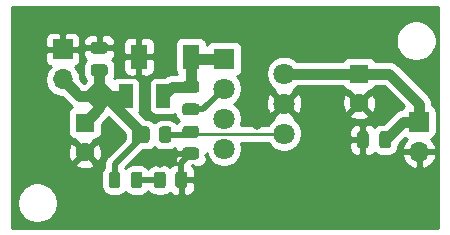
<source format=gbr>
G04 #@! TF.GenerationSoftware,KiCad,Pcbnew,(5.1.9)-1*
G04 #@! TF.CreationDate,2021-09-16T20:09:32-07:00*
G04 #@! TF.ProjectId,AtlasPD,41746c61-7350-4442-9e6b-696361645f70,rev?*
G04 #@! TF.SameCoordinates,Original*
G04 #@! TF.FileFunction,Copper,L1,Top*
G04 #@! TF.FilePolarity,Positive*
%FSLAX46Y46*%
G04 Gerber Fmt 4.6, Leading zero omitted, Abs format (unit mm)*
G04 Created by KiCad (PCBNEW (5.1.9)-1) date 2021-09-16 20:09:32*
%MOMM*%
%LPD*%
G01*
G04 APERTURE LIST*
G04 #@! TA.AperFunction,SMDPad,CuDef*
%ADD10R,1.400000X2.100000*%
G04 #@! TD*
G04 #@! TA.AperFunction,SMDPad,CuDef*
%ADD11R,1.200000X2.000000*%
G04 #@! TD*
G04 #@! TA.AperFunction,ComponentPad*
%ADD12R,1.600000X1.600000*%
G04 #@! TD*
G04 #@! TA.AperFunction,ComponentPad*
%ADD13C,1.600000*%
G04 #@! TD*
G04 #@! TA.AperFunction,ComponentPad*
%ADD14R,1.700000X1.700000*%
G04 #@! TD*
G04 #@! TA.AperFunction,ComponentPad*
%ADD15O,1.700000X1.700000*%
G04 #@! TD*
G04 #@! TA.AperFunction,ComponentPad*
%ADD16R,1.800000X1.800000*%
G04 #@! TD*
G04 #@! TA.AperFunction,ComponentPad*
%ADD17C,1.800000*%
G04 #@! TD*
G04 #@! TA.AperFunction,ViaPad*
%ADD18C,0.800000*%
G04 #@! TD*
G04 #@! TA.AperFunction,Conductor*
%ADD19C,0.897604*%
G04 #@! TD*
G04 #@! TA.AperFunction,Conductor*
%ADD20C,0.500000*%
G04 #@! TD*
G04 #@! TA.AperFunction,Conductor*
%ADD21C,0.250000*%
G04 #@! TD*
G04 #@! TA.AperFunction,Conductor*
%ADD22C,0.254000*%
G04 #@! TD*
G04 #@! TA.AperFunction,Conductor*
%ADD23C,0.100000*%
G04 #@! TD*
G04 APERTURE END LIST*
D10*
X33436200Y-21920200D03*
X37836200Y-21920200D03*
D11*
X35509000Y-25247600D03*
X32309000Y-25247600D03*
D12*
X52070000Y-23368000D03*
D13*
X52070000Y-25868000D03*
G04 #@! TA.AperFunction,SMDPad,CuDef*
G36*
G01*
X54790000Y-28481000D02*
X54790000Y-29431000D01*
G75*
G02*
X54540000Y-29681000I-250000J0D01*
G01*
X54040000Y-29681000D01*
G75*
G02*
X53790000Y-29431000I0J250000D01*
G01*
X53790000Y-28481000D01*
G75*
G02*
X54040000Y-28231000I250000J0D01*
G01*
X54540000Y-28231000D01*
G75*
G02*
X54790000Y-28481000I0J-250000D01*
G01*
G37*
G04 #@! TD.AperFunction*
G04 #@! TA.AperFunction,SMDPad,CuDef*
G36*
G01*
X52890000Y-28481000D02*
X52890000Y-29431000D01*
G75*
G02*
X52640000Y-29681000I-250000J0D01*
G01*
X52140000Y-29681000D01*
G75*
G02*
X51890000Y-29431000I0J250000D01*
G01*
X51890000Y-28481000D01*
G75*
G02*
X52140000Y-28231000I250000J0D01*
G01*
X52640000Y-28231000D01*
G75*
G02*
X52890000Y-28481000I0J-250000D01*
G01*
G37*
G04 #@! TD.AperFunction*
G04 #@! TA.AperFunction,SMDPad,CuDef*
G36*
G01*
X37345600Y-25885600D02*
X38295600Y-25885600D01*
G75*
G02*
X38545600Y-26135600I0J-250000D01*
G01*
X38545600Y-26635600D01*
G75*
G02*
X38295600Y-26885600I-250000J0D01*
G01*
X37345600Y-26885600D01*
G75*
G02*
X37095600Y-26635600I0J250000D01*
G01*
X37095600Y-26135600D01*
G75*
G02*
X37345600Y-25885600I250000J0D01*
G01*
G37*
G04 #@! TD.AperFunction*
G04 #@! TA.AperFunction,SMDPad,CuDef*
G36*
G01*
X37345600Y-23985600D02*
X38295600Y-23985600D01*
G75*
G02*
X38545600Y-24235600I0J-250000D01*
G01*
X38545600Y-24735600D01*
G75*
G02*
X38295600Y-24985600I-250000J0D01*
G01*
X37345600Y-24985600D01*
G75*
G02*
X37095600Y-24735600I0J250000D01*
G01*
X37095600Y-24235600D01*
G75*
G02*
X37345600Y-23985600I250000J0D01*
G01*
G37*
G04 #@! TD.AperFunction*
G04 #@! TA.AperFunction,SMDPad,CuDef*
G36*
G01*
X30548600Y-21673400D02*
X29598600Y-21673400D01*
G75*
G02*
X29348600Y-21423400I0J250000D01*
G01*
X29348600Y-20923400D01*
G75*
G02*
X29598600Y-20673400I250000J0D01*
G01*
X30548600Y-20673400D01*
G75*
G02*
X30798600Y-20923400I0J-250000D01*
G01*
X30798600Y-21423400D01*
G75*
G02*
X30548600Y-21673400I-250000J0D01*
G01*
G37*
G04 #@! TD.AperFunction*
G04 #@! TA.AperFunction,SMDPad,CuDef*
G36*
G01*
X30548600Y-23573400D02*
X29598600Y-23573400D01*
G75*
G02*
X29348600Y-23323400I0J250000D01*
G01*
X29348600Y-22823400D01*
G75*
G02*
X29598600Y-22573400I250000J0D01*
G01*
X30548600Y-22573400D01*
G75*
G02*
X30798600Y-22823400I0J-250000D01*
G01*
X30798600Y-23323400D01*
G75*
G02*
X30548600Y-23573400I-250000J0D01*
G01*
G37*
G04 #@! TD.AperFunction*
X28854400Y-30008200D03*
D12*
X28854400Y-27508200D03*
D14*
X57150000Y-27432000D03*
D15*
X57150000Y-29972000D03*
X26974800Y-23850600D03*
D14*
X26974800Y-21310600D03*
G04 #@! TA.AperFunction,SMDPad,CuDef*
G36*
G01*
X33322200Y-28974201D02*
X33322200Y-28074199D01*
G75*
G02*
X33572199Y-27824200I249999J0D01*
G01*
X34097201Y-27824200D01*
G75*
G02*
X34347200Y-28074199I0J-249999D01*
G01*
X34347200Y-28974201D01*
G75*
G02*
X34097201Y-29224200I-249999J0D01*
G01*
X33572199Y-29224200D01*
G75*
G02*
X33322200Y-28974201I0J249999D01*
G01*
G37*
G04 #@! TD.AperFunction*
G04 #@! TA.AperFunction,SMDPad,CuDef*
G36*
G01*
X35147200Y-28974201D02*
X35147200Y-28074199D01*
G75*
G02*
X35397199Y-27824200I249999J0D01*
G01*
X35922201Y-27824200D01*
G75*
G02*
X36172200Y-28074199I0J-249999D01*
G01*
X36172200Y-28974201D01*
G75*
G02*
X35922201Y-29224200I-249999J0D01*
G01*
X35397199Y-29224200D01*
G75*
G02*
X35147200Y-28974201I0J249999D01*
G01*
G37*
G04 #@! TD.AperFunction*
G04 #@! TA.AperFunction,SMDPad,CuDef*
G36*
G01*
X37370599Y-29610000D02*
X38270601Y-29610000D01*
G75*
G02*
X38520600Y-29859999I0J-249999D01*
G01*
X38520600Y-30385001D01*
G75*
G02*
X38270601Y-30635000I-249999J0D01*
G01*
X37370599Y-30635000D01*
G75*
G02*
X37120600Y-30385001I0J249999D01*
G01*
X37120600Y-29859999D01*
G75*
G02*
X37370599Y-29610000I249999J0D01*
G01*
G37*
G04 #@! TD.AperFunction*
G04 #@! TA.AperFunction,SMDPad,CuDef*
G36*
G01*
X37370599Y-27785000D02*
X38270601Y-27785000D01*
G75*
G02*
X38520600Y-28034999I0J-249999D01*
G01*
X38520600Y-28560001D01*
G75*
G02*
X38270601Y-28810000I-249999J0D01*
G01*
X37370599Y-28810000D01*
G75*
G02*
X37120600Y-28560001I0J249999D01*
G01*
X37120600Y-28034999D01*
G75*
G02*
X37370599Y-27785000I249999J0D01*
G01*
G37*
G04 #@! TD.AperFunction*
D16*
X40640000Y-22098000D03*
D17*
X45720000Y-23368000D03*
X40640000Y-24638000D03*
X45720000Y-25908000D03*
X40640000Y-27178000D03*
X45720000Y-28448000D03*
X40640000Y-29718000D03*
G04 #@! TA.AperFunction,SMDPad,CuDef*
G36*
G01*
X33733800Y-31903350D02*
X33733800Y-32815850D01*
G75*
G02*
X33490050Y-33059600I-243750J0D01*
G01*
X33002550Y-33059600D01*
G75*
G02*
X32758800Y-32815850I0J243750D01*
G01*
X32758800Y-31903350D01*
G75*
G02*
X33002550Y-31659600I243750J0D01*
G01*
X33490050Y-31659600D01*
G75*
G02*
X33733800Y-31903350I0J-243750D01*
G01*
G37*
G04 #@! TD.AperFunction*
G04 #@! TA.AperFunction,SMDPad,CuDef*
G36*
G01*
X31858800Y-31903350D02*
X31858800Y-32815850D01*
G75*
G02*
X31615050Y-33059600I-243750J0D01*
G01*
X31127550Y-33059600D01*
G75*
G02*
X30883800Y-32815850I0J243750D01*
G01*
X30883800Y-31903350D01*
G75*
G02*
X31127550Y-31659600I243750J0D01*
G01*
X31615050Y-31659600D01*
G75*
G02*
X31858800Y-31903350I0J-243750D01*
G01*
G37*
G04 #@! TD.AperFunction*
G04 #@! TA.AperFunction,SMDPad,CuDef*
G36*
G01*
X34693800Y-32809601D02*
X34693800Y-31909599D01*
G75*
G02*
X34943799Y-31659600I249999J0D01*
G01*
X35468801Y-31659600D01*
G75*
G02*
X35718800Y-31909599I0J-249999D01*
G01*
X35718800Y-32809601D01*
G75*
G02*
X35468801Y-33059600I-249999J0D01*
G01*
X34943799Y-33059600D01*
G75*
G02*
X34693800Y-32809601I0J249999D01*
G01*
G37*
G04 #@! TD.AperFunction*
G04 #@! TA.AperFunction,SMDPad,CuDef*
G36*
G01*
X36518800Y-32809601D02*
X36518800Y-31909599D01*
G75*
G02*
X36768799Y-31659600I249999J0D01*
G01*
X37293801Y-31659600D01*
G75*
G02*
X37543800Y-31909599I0J-249999D01*
G01*
X37543800Y-32809601D01*
G75*
G02*
X37293801Y-33059600I-249999J0D01*
G01*
X36768799Y-33059600D01*
G75*
G02*
X36518800Y-32809601I0J249999D01*
G01*
G37*
G04 #@! TD.AperFunction*
D18*
X23672800Y-19050000D03*
X27127200Y-19050000D03*
X30886400Y-19050000D03*
X34544000Y-19050000D03*
X38049200Y-19050000D03*
X41656000Y-19050000D03*
X45212000Y-19050000D03*
X48869600Y-19050000D03*
X52476400Y-19050000D03*
X23672800Y-26111200D03*
X23672800Y-29260800D03*
X30886400Y-34188400D03*
X34544000Y-34188400D03*
X38049200Y-34188400D03*
X41656000Y-34188400D03*
X45262800Y-34188400D03*
X48869600Y-34188400D03*
X52476400Y-34188400D03*
X56083200Y-34188400D03*
X50749200Y-32004000D03*
X50749200Y-29260800D03*
X47091600Y-32004000D03*
X43434000Y-32004000D03*
X39878000Y-32004000D03*
X35204400Y-30937200D03*
X50749200Y-21336000D03*
X43434000Y-21336000D03*
X43434000Y-23368000D03*
X43434000Y-25603200D03*
X43434000Y-27686000D03*
X43434000Y-29921200D03*
X54292500Y-32004000D03*
X34671000Y-27114500D03*
X35623500Y-22606000D03*
D19*
X49530000Y-23368000D02*
X52070000Y-23368000D01*
X45720000Y-23368000D02*
X49530000Y-23368000D01*
X57150000Y-25908000D02*
X57150000Y-27432000D01*
X54610000Y-23368000D02*
X57150000Y-25908000D01*
X52070000Y-23368000D02*
X54610000Y-23368000D01*
X55814000Y-27432000D02*
X54290000Y-28956000D01*
X57150000Y-27432000D02*
X55814000Y-27432000D01*
D20*
X37031300Y-30911800D02*
X37820600Y-30122500D01*
X37031300Y-32359600D02*
X37031300Y-30911800D01*
X38892400Y-26385600D02*
X40640000Y-24638000D01*
X37820600Y-26385600D02*
X38892400Y-26385600D01*
D19*
X38014000Y-22098000D02*
X37836200Y-21920200D01*
X40640000Y-22098000D02*
X38014000Y-22098000D01*
X37836200Y-24470000D02*
X37820600Y-24485600D01*
X37836200Y-21920200D02*
X37836200Y-24470000D01*
X36271000Y-24485600D02*
X37820600Y-24485600D01*
X35509000Y-25247600D02*
X36271000Y-24485600D01*
D21*
X37971100Y-28448000D02*
X37820600Y-28297500D01*
X45720000Y-28448000D02*
X37971100Y-28448000D01*
D20*
X37593900Y-28524200D02*
X37820600Y-28297500D01*
X35659700Y-28524200D02*
X37593900Y-28524200D01*
X33246300Y-32359600D02*
X35206300Y-32359600D01*
D19*
X30073600Y-26289000D02*
X28854400Y-27508200D01*
X28371800Y-25247600D02*
X26974800Y-23850600D01*
X30022800Y-25247600D02*
X30558100Y-25247600D01*
D20*
X31371300Y-32359600D02*
X31371300Y-30987600D01*
X33135250Y-29198250D02*
X33147950Y-29210950D01*
X33135250Y-27824750D02*
X33135250Y-29198250D01*
X31371300Y-30987600D02*
X33147950Y-29210950D01*
X33147950Y-29210950D02*
X33834700Y-28524200D01*
D19*
X33135250Y-27824750D02*
X33834700Y-28524200D01*
D20*
X30226000Y-26289000D02*
X30912750Y-25602250D01*
X30073600Y-26289000D02*
X30226000Y-26289000D01*
D19*
X30912750Y-25602250D02*
X33135250Y-27824750D01*
X30558100Y-25247600D02*
X30912750Y-25602250D01*
D20*
X29032200Y-25247600D02*
X30073600Y-26289000D01*
D19*
X30022800Y-25247600D02*
X28930600Y-25247600D01*
D20*
X28930600Y-25247600D02*
X29032200Y-25247600D01*
D19*
X28930600Y-25247600D02*
X28371800Y-25247600D01*
D20*
X30073600Y-24104600D02*
X28930600Y-25247600D01*
D19*
X30073600Y-23073400D02*
X30073600Y-23901400D01*
X30073600Y-23901400D02*
X30073600Y-26289000D01*
D20*
X30073600Y-24104600D02*
X31216600Y-25247600D01*
X30073600Y-23901400D02*
X30073600Y-24104600D01*
D19*
X31216600Y-25247600D02*
X30022800Y-25247600D01*
X32309000Y-25247600D02*
X31216600Y-25247600D01*
D22*
X58776000Y-36424000D02*
X22707200Y-36424000D01*
X22707200Y-34119117D01*
X23106200Y-34119117D01*
X23106200Y-34460883D01*
X23172875Y-34796081D01*
X23303663Y-35111831D01*
X23493537Y-35395998D01*
X23735202Y-35637663D01*
X24019369Y-35827537D01*
X24335119Y-35958325D01*
X24670317Y-36025000D01*
X25012083Y-36025000D01*
X25347281Y-35958325D01*
X25663031Y-35827537D01*
X25947198Y-35637663D01*
X26188863Y-35395998D01*
X26378737Y-35111831D01*
X26509525Y-34796081D01*
X26576200Y-34460883D01*
X26576200Y-34119117D01*
X26509525Y-33783919D01*
X26378737Y-33468169D01*
X26188863Y-33184002D01*
X25947198Y-32942337D01*
X25663031Y-32752463D01*
X25347281Y-32621675D01*
X25012083Y-32555000D01*
X24670317Y-32555000D01*
X24335119Y-32621675D01*
X24019369Y-32752463D01*
X23735202Y-32942337D01*
X23493537Y-33184002D01*
X23303663Y-33468169D01*
X23172875Y-33783919D01*
X23106200Y-34119117D01*
X22707200Y-34119117D01*
X22707200Y-31000902D01*
X28041303Y-31000902D01*
X28112886Y-31244871D01*
X28368396Y-31365771D01*
X28642584Y-31434500D01*
X28924912Y-31448417D01*
X29204530Y-31406987D01*
X29470692Y-31311803D01*
X29595914Y-31244871D01*
X29667497Y-31000902D01*
X28854400Y-30187805D01*
X28041303Y-31000902D01*
X22707200Y-31000902D01*
X22707200Y-30078712D01*
X27414183Y-30078712D01*
X27455613Y-30358330D01*
X27550797Y-30624492D01*
X27617729Y-30749714D01*
X27861698Y-30821297D01*
X28674795Y-30008200D01*
X29034005Y-30008200D01*
X29847102Y-30821297D01*
X30091071Y-30749714D01*
X30211971Y-30494204D01*
X30280700Y-30220016D01*
X30294617Y-29937688D01*
X30253187Y-29658070D01*
X30158003Y-29391908D01*
X30091071Y-29266686D01*
X29847102Y-29195103D01*
X29034005Y-30008200D01*
X28674795Y-30008200D01*
X27861698Y-29195103D01*
X27617729Y-29266686D01*
X27496829Y-29522196D01*
X27428100Y-29796384D01*
X27414183Y-30078712D01*
X22707200Y-30078712D01*
X22707200Y-22160600D01*
X25486728Y-22160600D01*
X25498988Y-22285082D01*
X25535298Y-22404780D01*
X25594263Y-22515094D01*
X25673615Y-22611785D01*
X25770306Y-22691137D01*
X25880620Y-22750102D01*
X25953180Y-22772113D01*
X25821325Y-22903968D01*
X25658810Y-23147189D01*
X25546868Y-23417442D01*
X25489800Y-23704340D01*
X25489800Y-23996860D01*
X25546868Y-24283758D01*
X25658810Y-24554011D01*
X25821325Y-24797232D01*
X26028168Y-25004075D01*
X26271389Y-25166590D01*
X26541642Y-25278532D01*
X26828540Y-25335600D01*
X26927073Y-25335600D01*
X27567787Y-25976315D01*
X27601728Y-26017672D01*
X27758509Y-26146339D01*
X27699906Y-26177663D01*
X27603215Y-26257015D01*
X27523863Y-26353706D01*
X27464898Y-26464020D01*
X27428588Y-26583718D01*
X27416328Y-26708200D01*
X27416328Y-28308200D01*
X27428588Y-28432682D01*
X27464898Y-28552380D01*
X27523863Y-28662694D01*
X27603215Y-28759385D01*
X27699906Y-28838737D01*
X27810220Y-28897702D01*
X27929918Y-28934012D01*
X28054400Y-28946272D01*
X28061615Y-28946272D01*
X28041303Y-29015498D01*
X28854400Y-29828595D01*
X29667497Y-29015498D01*
X29647185Y-28946272D01*
X29654400Y-28946272D01*
X29778882Y-28934012D01*
X29898580Y-28897702D01*
X30008894Y-28838737D01*
X30105585Y-28759385D01*
X30184937Y-28662694D01*
X30243902Y-28552380D01*
X30280212Y-28432682D01*
X30292472Y-28308200D01*
X30292472Y-27602855D01*
X30802315Y-27093013D01*
X30839923Y-27062149D01*
X32250250Y-28472477D01*
X32250251Y-28857070D01*
X30776251Y-30331071D01*
X30742484Y-30358783D01*
X30714771Y-30392551D01*
X30714768Y-30392554D01*
X30631890Y-30493541D01*
X30549712Y-30647287D01*
X30499105Y-30814110D01*
X30482019Y-30987600D01*
X30486301Y-31031079D01*
X30486301Y-31301384D01*
X30394342Y-31413436D01*
X30312853Y-31565891D01*
X30262672Y-31731315D01*
X30245728Y-31903350D01*
X30245728Y-32815850D01*
X30262672Y-32987885D01*
X30312853Y-33153309D01*
X30394342Y-33305764D01*
X30504008Y-33439392D01*
X30637636Y-33549058D01*
X30790091Y-33630547D01*
X30955515Y-33680728D01*
X31127550Y-33697672D01*
X31615050Y-33697672D01*
X31787085Y-33680728D01*
X31952509Y-33630547D01*
X32104964Y-33549058D01*
X32238592Y-33439392D01*
X32308800Y-33353844D01*
X32379008Y-33439392D01*
X32512636Y-33549058D01*
X32665091Y-33630547D01*
X32830515Y-33680728D01*
X33002550Y-33697672D01*
X33490050Y-33697672D01*
X33662085Y-33680728D01*
X33827509Y-33630547D01*
X33979964Y-33549058D01*
X34113592Y-33439392D01*
X34215466Y-33315259D01*
X34315838Y-33437562D01*
X34450413Y-33548005D01*
X34603949Y-33630072D01*
X34770545Y-33680608D01*
X34943799Y-33697672D01*
X35468801Y-33697672D01*
X35642055Y-33680608D01*
X35808651Y-33630072D01*
X35962187Y-33548005D01*
X36043437Y-33481324D01*
X36067615Y-33510785D01*
X36164306Y-33590137D01*
X36274620Y-33649102D01*
X36394318Y-33685412D01*
X36518800Y-33697672D01*
X36745550Y-33694600D01*
X36904300Y-33535850D01*
X36904300Y-32486600D01*
X37158300Y-32486600D01*
X37158300Y-33535850D01*
X37317050Y-33694600D01*
X37543800Y-33697672D01*
X37668282Y-33685412D01*
X37787980Y-33649102D01*
X37898294Y-33590137D01*
X37994985Y-33510785D01*
X38074337Y-33414094D01*
X38133302Y-33303780D01*
X38169612Y-33184082D01*
X38181872Y-33059600D01*
X38178800Y-32645350D01*
X38020050Y-32486600D01*
X37158300Y-32486600D01*
X36904300Y-32486600D01*
X36884300Y-32486600D01*
X36884300Y-32232600D01*
X36904300Y-32232600D01*
X36904300Y-32212600D01*
X37158300Y-32212600D01*
X37158300Y-32232600D01*
X38020050Y-32232600D01*
X38178800Y-32073850D01*
X38181872Y-31659600D01*
X38169612Y-31535118D01*
X38133302Y-31415420D01*
X38074337Y-31305106D01*
X37994985Y-31208415D01*
X37947602Y-31169529D01*
X37947602Y-31111252D01*
X38106350Y-31270000D01*
X38520600Y-31273072D01*
X38645082Y-31260812D01*
X38764780Y-31224502D01*
X38875094Y-31165537D01*
X38971785Y-31086185D01*
X39051137Y-30989494D01*
X39110102Y-30879180D01*
X39146412Y-30759482D01*
X39158672Y-30635000D01*
X39155600Y-30408250D01*
X38996852Y-30249502D01*
X39155600Y-30249502D01*
X39155600Y-30123568D01*
X39163989Y-30165743D01*
X39279701Y-30445095D01*
X39447688Y-30696505D01*
X39661495Y-30910312D01*
X39912905Y-31078299D01*
X40192257Y-31194011D01*
X40488816Y-31253000D01*
X40791184Y-31253000D01*
X41087743Y-31194011D01*
X41367095Y-31078299D01*
X41618505Y-30910312D01*
X41832312Y-30696505D01*
X42000299Y-30445095D01*
X42048432Y-30328890D01*
X55708524Y-30328890D01*
X55753175Y-30476099D01*
X55878359Y-30738920D01*
X56052412Y-30972269D01*
X56268645Y-31167178D01*
X56518748Y-31316157D01*
X56793109Y-31413481D01*
X57023000Y-31292814D01*
X57023000Y-30099000D01*
X57277000Y-30099000D01*
X57277000Y-31292814D01*
X57506891Y-31413481D01*
X57781252Y-31316157D01*
X58031355Y-31167178D01*
X58247588Y-30972269D01*
X58421641Y-30738920D01*
X58546825Y-30476099D01*
X58591476Y-30328890D01*
X58470155Y-30099000D01*
X57277000Y-30099000D01*
X57023000Y-30099000D01*
X55829845Y-30099000D01*
X55708524Y-30328890D01*
X42048432Y-30328890D01*
X42116011Y-30165743D01*
X42175000Y-29869184D01*
X42175000Y-29566816D01*
X42116011Y-29270257D01*
X42090223Y-29208000D01*
X44381687Y-29208000D01*
X44527688Y-29426505D01*
X44741495Y-29640312D01*
X44992905Y-29808299D01*
X45272257Y-29924011D01*
X45568816Y-29983000D01*
X45871184Y-29983000D01*
X46167743Y-29924011D01*
X46447095Y-29808299D01*
X46637611Y-29681000D01*
X51251928Y-29681000D01*
X51264188Y-29805482D01*
X51300498Y-29925180D01*
X51359463Y-30035494D01*
X51438815Y-30132185D01*
X51535506Y-30211537D01*
X51645820Y-30270502D01*
X51765518Y-30306812D01*
X51890000Y-30319072D01*
X52104250Y-30316000D01*
X52263000Y-30157250D01*
X52263000Y-29083000D01*
X51413750Y-29083000D01*
X51255000Y-29241750D01*
X51251928Y-29681000D01*
X46637611Y-29681000D01*
X46698505Y-29640312D01*
X46912312Y-29426505D01*
X47080299Y-29175095D01*
X47196011Y-28895743D01*
X47255000Y-28599184D01*
X47255000Y-28296816D01*
X47241909Y-28231000D01*
X51251928Y-28231000D01*
X51255000Y-28670250D01*
X51413750Y-28829000D01*
X52263000Y-28829000D01*
X52263000Y-27754750D01*
X52104250Y-27596000D01*
X51890000Y-27592928D01*
X51765518Y-27605188D01*
X51645820Y-27641498D01*
X51535506Y-27700463D01*
X51438815Y-27779815D01*
X51359463Y-27876506D01*
X51300498Y-27986820D01*
X51264188Y-28106518D01*
X51251928Y-28231000D01*
X47241909Y-28231000D01*
X47196011Y-28000257D01*
X47080299Y-27720905D01*
X46912312Y-27469495D01*
X46698505Y-27255688D01*
X46544895Y-27153049D01*
X46604475Y-26972080D01*
X46493097Y-26860702D01*
X51256903Y-26860702D01*
X51328486Y-27104671D01*
X51583996Y-27225571D01*
X51858184Y-27294300D01*
X52140512Y-27308217D01*
X52420130Y-27266787D01*
X52686292Y-27171603D01*
X52811514Y-27104671D01*
X52883097Y-26860702D01*
X52070000Y-26047605D01*
X51256903Y-26860702D01*
X46493097Y-26860702D01*
X45720000Y-26087605D01*
X44835525Y-26972080D01*
X44895105Y-27153049D01*
X44741495Y-27255688D01*
X44527688Y-27469495D01*
X44381687Y-27688000D01*
X42090223Y-27688000D01*
X42116011Y-27625743D01*
X42175000Y-27329184D01*
X42175000Y-27026816D01*
X42116011Y-26730257D01*
X42000299Y-26450905D01*
X41832312Y-26199495D01*
X41618505Y-25985688D01*
X41601841Y-25974553D01*
X44179009Y-25974553D01*
X44221603Y-26273907D01*
X44321778Y-26559199D01*
X44401739Y-26708792D01*
X44655920Y-26792475D01*
X45540395Y-25908000D01*
X45899605Y-25908000D01*
X46784080Y-26792475D01*
X47038261Y-26708792D01*
X47169158Y-26436225D01*
X47244365Y-26143358D01*
X47255645Y-25938512D01*
X50629783Y-25938512D01*
X50671213Y-26218130D01*
X50766397Y-26484292D01*
X50833329Y-26609514D01*
X51077298Y-26681097D01*
X51890395Y-25868000D01*
X52249605Y-25868000D01*
X53062702Y-26681097D01*
X53306671Y-26609514D01*
X53427571Y-26354004D01*
X53496300Y-26079816D01*
X53510217Y-25797488D01*
X53468787Y-25517870D01*
X53373603Y-25251708D01*
X53306671Y-25126486D01*
X53062702Y-25054903D01*
X52249605Y-25868000D01*
X51890395Y-25868000D01*
X51077298Y-25054903D01*
X50833329Y-25126486D01*
X50712429Y-25381996D01*
X50643700Y-25656184D01*
X50629783Y-25938512D01*
X47255645Y-25938512D01*
X47260991Y-25841447D01*
X47218397Y-25542093D01*
X47118222Y-25256801D01*
X47038261Y-25107208D01*
X46784080Y-25023525D01*
X45899605Y-25908000D01*
X45540395Y-25908000D01*
X44655920Y-25023525D01*
X44401739Y-25107208D01*
X44270842Y-25379775D01*
X44195635Y-25672642D01*
X44179009Y-25974553D01*
X41601841Y-25974553D01*
X41502237Y-25908000D01*
X41618505Y-25830312D01*
X41832312Y-25616505D01*
X42000299Y-25365095D01*
X42116011Y-25085743D01*
X42175000Y-24789184D01*
X42175000Y-24486816D01*
X42116011Y-24190257D01*
X42000299Y-23910905D01*
X41832312Y-23659495D01*
X41765873Y-23593056D01*
X41784180Y-23587502D01*
X41894494Y-23528537D01*
X41991185Y-23449185D01*
X42070537Y-23352494D01*
X42129502Y-23242180D01*
X42137196Y-23216816D01*
X44185000Y-23216816D01*
X44185000Y-23519184D01*
X44243989Y-23815743D01*
X44359701Y-24095095D01*
X44527688Y-24346505D01*
X44741495Y-24560312D01*
X44895105Y-24662951D01*
X44835525Y-24843920D01*
X45720000Y-25728395D01*
X46604475Y-24843920D01*
X46544895Y-24662951D01*
X46698505Y-24560312D01*
X46807015Y-24451802D01*
X50701677Y-24451802D01*
X50739463Y-24522494D01*
X50818815Y-24619185D01*
X50915506Y-24698537D01*
X51025820Y-24757502D01*
X51145518Y-24793812D01*
X51270000Y-24806072D01*
X51277215Y-24806072D01*
X51256903Y-24875298D01*
X52070000Y-25688395D01*
X52883097Y-24875298D01*
X52862785Y-24806072D01*
X52870000Y-24806072D01*
X52994482Y-24793812D01*
X53114180Y-24757502D01*
X53224494Y-24698537D01*
X53321185Y-24619185D01*
X53400537Y-24522494D01*
X53438323Y-24451802D01*
X54161076Y-24451802D01*
X55844881Y-26135609D01*
X55769463Y-26227506D01*
X55710498Y-26337820D01*
X55705705Y-26353620D01*
X55623663Y-26361701D01*
X55601537Y-26363880D01*
X55553988Y-26378304D01*
X55397240Y-26425853D01*
X55208958Y-26526491D01*
X55043928Y-26661928D01*
X55009987Y-26703285D01*
X54120345Y-27592928D01*
X54040000Y-27592928D01*
X53866746Y-27609992D01*
X53700150Y-27660528D01*
X53546614Y-27742595D01*
X53412038Y-27853038D01*
X53406658Y-27859594D01*
X53341185Y-27779815D01*
X53244494Y-27700463D01*
X53134180Y-27641498D01*
X53014482Y-27605188D01*
X52890000Y-27592928D01*
X52675750Y-27596000D01*
X52517000Y-27754750D01*
X52517000Y-28829000D01*
X52537000Y-28829000D01*
X52537000Y-29083000D01*
X52517000Y-29083000D01*
X52517000Y-30157250D01*
X52675750Y-30316000D01*
X52890000Y-30319072D01*
X53014482Y-30306812D01*
X53134180Y-30270502D01*
X53244494Y-30211537D01*
X53341185Y-30132185D01*
X53406658Y-30052406D01*
X53412038Y-30058962D01*
X53546614Y-30169405D01*
X53700150Y-30251472D01*
X53866746Y-30302008D01*
X54040000Y-30319072D01*
X54540000Y-30319072D01*
X54713254Y-30302008D01*
X54879850Y-30251472D01*
X55033386Y-30169405D01*
X55167962Y-30058962D01*
X55278405Y-29924386D01*
X55360472Y-29770850D01*
X55411008Y-29604254D01*
X55428072Y-29431000D01*
X55428072Y-29350655D01*
X55958985Y-28819742D01*
X56055820Y-28871502D01*
X56136466Y-28895966D01*
X56052412Y-28971731D01*
X55878359Y-29205080D01*
X55753175Y-29467901D01*
X55708524Y-29615110D01*
X55829845Y-29845000D01*
X57023000Y-29845000D01*
X57023000Y-29825000D01*
X57277000Y-29825000D01*
X57277000Y-29845000D01*
X58470155Y-29845000D01*
X58591476Y-29615110D01*
X58546825Y-29467901D01*
X58421641Y-29205080D01*
X58247588Y-28971731D01*
X58163534Y-28895966D01*
X58244180Y-28871502D01*
X58354494Y-28812537D01*
X58451185Y-28733185D01*
X58530537Y-28636494D01*
X58589502Y-28526180D01*
X58625812Y-28406482D01*
X58638072Y-28282000D01*
X58638072Y-26582000D01*
X58625812Y-26457518D01*
X58589502Y-26337820D01*
X58530537Y-26227506D01*
X58451185Y-26130815D01*
X58354494Y-26051463D01*
X58244180Y-25992498D01*
X58233802Y-25989350D01*
X58233802Y-25961234D01*
X58239045Y-25907999D01*
X58233802Y-25854764D01*
X58233802Y-25854758D01*
X58218120Y-25695538D01*
X58217640Y-25693954D01*
X58196320Y-25623672D01*
X58156147Y-25491240D01*
X58055509Y-25302958D01*
X57920072Y-25137928D01*
X57878715Y-25103987D01*
X55414021Y-22639295D01*
X55380072Y-22597928D01*
X55215042Y-22462491D01*
X55026760Y-22361853D01*
X54822462Y-22299880D01*
X54815680Y-22299212D01*
X54610000Y-22278954D01*
X54556758Y-22284198D01*
X53438323Y-22284198D01*
X53400537Y-22213506D01*
X53321185Y-22116815D01*
X53224494Y-22037463D01*
X53114180Y-21978498D01*
X52994482Y-21942188D01*
X52870000Y-21929928D01*
X51270000Y-21929928D01*
X51145518Y-21942188D01*
X51025820Y-21978498D01*
X50915506Y-22037463D01*
X50818815Y-22116815D01*
X50739463Y-22213506D01*
X50701677Y-22284198D01*
X46807015Y-22284198D01*
X46698505Y-22175688D01*
X46447095Y-22007701D01*
X46167743Y-21891989D01*
X45871184Y-21833000D01*
X45568816Y-21833000D01*
X45272257Y-21891989D01*
X44992905Y-22007701D01*
X44741495Y-22175688D01*
X44527688Y-22389495D01*
X44359701Y-22640905D01*
X44243989Y-22920257D01*
X44185000Y-23216816D01*
X42137196Y-23216816D01*
X42165812Y-23122482D01*
X42178072Y-22998000D01*
X42178072Y-21198000D01*
X42165812Y-21073518D01*
X42129502Y-20953820D01*
X42070537Y-20843506D01*
X41991185Y-20746815D01*
X41894494Y-20667463D01*
X41784180Y-20608498D01*
X41664482Y-20572188D01*
X41540000Y-20559928D01*
X39740000Y-20559928D01*
X39615518Y-20572188D01*
X39495820Y-20608498D01*
X39385506Y-20667463D01*
X39288815Y-20746815D01*
X39209463Y-20843506D01*
X39174272Y-20909343D01*
X39174272Y-20870200D01*
X39162012Y-20745718D01*
X39125702Y-20626020D01*
X39066737Y-20515706D01*
X38987385Y-20419015D01*
X38968014Y-20403117D01*
X55161000Y-20403117D01*
X55161000Y-20744883D01*
X55227675Y-21080081D01*
X55358463Y-21395831D01*
X55548337Y-21679998D01*
X55790002Y-21921663D01*
X56074169Y-22111537D01*
X56389919Y-22242325D01*
X56725117Y-22309000D01*
X57066883Y-22309000D01*
X57402081Y-22242325D01*
X57717831Y-22111537D01*
X58001998Y-21921663D01*
X58243663Y-21679998D01*
X58433537Y-21395831D01*
X58564325Y-21080081D01*
X58631000Y-20744883D01*
X58631000Y-20403117D01*
X58564325Y-20067919D01*
X58433537Y-19752169D01*
X58243663Y-19468002D01*
X58001998Y-19226337D01*
X57717831Y-19036463D01*
X57402081Y-18905675D01*
X57066883Y-18839000D01*
X56725117Y-18839000D01*
X56389919Y-18905675D01*
X56074169Y-19036463D01*
X55790002Y-19226337D01*
X55548337Y-19468002D01*
X55358463Y-19752169D01*
X55227675Y-20067919D01*
X55161000Y-20403117D01*
X38968014Y-20403117D01*
X38890694Y-20339663D01*
X38780380Y-20280698D01*
X38660682Y-20244388D01*
X38536200Y-20232128D01*
X37136200Y-20232128D01*
X37011718Y-20244388D01*
X36892020Y-20280698D01*
X36781706Y-20339663D01*
X36685015Y-20419015D01*
X36605663Y-20515706D01*
X36546698Y-20626020D01*
X36510388Y-20745718D01*
X36498128Y-20870200D01*
X36498128Y-22970200D01*
X36510388Y-23094682D01*
X36546698Y-23214380D01*
X36605663Y-23324694D01*
X36668940Y-23401798D01*
X36324245Y-23401798D01*
X36271000Y-23396554D01*
X36058537Y-23417479D01*
X35866338Y-23475783D01*
X35854240Y-23479453D01*
X35665958Y-23580091D01*
X35630089Y-23609528D01*
X34909000Y-23609528D01*
X34784518Y-23621788D01*
X34664820Y-23658098D01*
X34554506Y-23717063D01*
X34457815Y-23796415D01*
X34378463Y-23893106D01*
X34319498Y-24003420D01*
X34283188Y-24123118D01*
X34270928Y-24247600D01*
X34270928Y-26247600D01*
X34283188Y-26372082D01*
X34319498Y-26491780D01*
X34378463Y-26602094D01*
X34457815Y-26698785D01*
X34554506Y-26778137D01*
X34664820Y-26837102D01*
X34784518Y-26873412D01*
X34909000Y-26885672D01*
X36109000Y-26885672D01*
X36233482Y-26873412D01*
X36353180Y-26837102D01*
X36463494Y-26778137D01*
X36470963Y-26772007D01*
X36474592Y-26808854D01*
X36525128Y-26975450D01*
X36607195Y-27128986D01*
X36717638Y-27263562D01*
X36817551Y-27345558D01*
X36742638Y-27407038D01*
X36632195Y-27541613D01*
X36630712Y-27544388D01*
X36550162Y-27446238D01*
X36415587Y-27335795D01*
X36262051Y-27253728D01*
X36095455Y-27203192D01*
X35922201Y-27186128D01*
X35397199Y-27186128D01*
X35223945Y-27203192D01*
X35057349Y-27253728D01*
X34903813Y-27335795D01*
X34769238Y-27446238D01*
X34747200Y-27473091D01*
X34725162Y-27446238D01*
X34590587Y-27335795D01*
X34437051Y-27253728D01*
X34270455Y-27203192D01*
X34097201Y-27186128D01*
X34029354Y-27186128D01*
X33939266Y-27096040D01*
X33939261Y-27096034D01*
X33441552Y-26598325D01*
X33498502Y-26491780D01*
X33534812Y-26372082D01*
X33547072Y-26247600D01*
X33547072Y-24247600D01*
X33534812Y-24123118D01*
X33498502Y-24003420D01*
X33439537Y-23893106D01*
X33360185Y-23796415D01*
X33263494Y-23717063D01*
X33153180Y-23658098D01*
X33033482Y-23621788D01*
X32909000Y-23609528D01*
X31709000Y-23609528D01*
X31584518Y-23621788D01*
X31464820Y-23658098D01*
X31354506Y-23717063D01*
X31329213Y-23737820D01*
X31369072Y-23663250D01*
X31419608Y-23496654D01*
X31436672Y-23323400D01*
X31436672Y-22970200D01*
X32098128Y-22970200D01*
X32110388Y-23094682D01*
X32146698Y-23214380D01*
X32205663Y-23324694D01*
X32285015Y-23421385D01*
X32381706Y-23500737D01*
X32492020Y-23559702D01*
X32611718Y-23596012D01*
X32736200Y-23608272D01*
X33150450Y-23605200D01*
X33309200Y-23446450D01*
X33309200Y-22047200D01*
X33563200Y-22047200D01*
X33563200Y-23446450D01*
X33721950Y-23605200D01*
X34136200Y-23608272D01*
X34260682Y-23596012D01*
X34380380Y-23559702D01*
X34490694Y-23500737D01*
X34587385Y-23421385D01*
X34666737Y-23324694D01*
X34725702Y-23214380D01*
X34762012Y-23094682D01*
X34774272Y-22970200D01*
X34771200Y-22205950D01*
X34612450Y-22047200D01*
X33563200Y-22047200D01*
X33309200Y-22047200D01*
X32259950Y-22047200D01*
X32101200Y-22205950D01*
X32098128Y-22970200D01*
X31436672Y-22970200D01*
X31436672Y-22823400D01*
X31419608Y-22650146D01*
X31369072Y-22483550D01*
X31287005Y-22330014D01*
X31176562Y-22195438D01*
X31170006Y-22190058D01*
X31249785Y-22124585D01*
X31329137Y-22027894D01*
X31388102Y-21917580D01*
X31424412Y-21797882D01*
X31436672Y-21673400D01*
X31433600Y-21459150D01*
X31274850Y-21300400D01*
X30200600Y-21300400D01*
X30200600Y-21320400D01*
X29946600Y-21320400D01*
X29946600Y-21300400D01*
X28872350Y-21300400D01*
X28713600Y-21459150D01*
X28710528Y-21673400D01*
X28722788Y-21797882D01*
X28759098Y-21917580D01*
X28818063Y-22027894D01*
X28897415Y-22124585D01*
X28977194Y-22190058D01*
X28970638Y-22195438D01*
X28860195Y-22330014D01*
X28778128Y-22483550D01*
X28727592Y-22650146D01*
X28710528Y-22823400D01*
X28710528Y-23323400D01*
X28727592Y-23496654D01*
X28778128Y-23663250D01*
X28860195Y-23816786D01*
X28970638Y-23951362D01*
X28973176Y-23953445D01*
X28791775Y-24134847D01*
X28459800Y-23802873D01*
X28459800Y-23704340D01*
X28402732Y-23417442D01*
X28290790Y-23147189D01*
X28128275Y-22903968D01*
X27996420Y-22772113D01*
X28068980Y-22750102D01*
X28179294Y-22691137D01*
X28275985Y-22611785D01*
X28355337Y-22515094D01*
X28414302Y-22404780D01*
X28450612Y-22285082D01*
X28462872Y-22160600D01*
X28459800Y-21596350D01*
X28301050Y-21437600D01*
X27101800Y-21437600D01*
X27101800Y-21457600D01*
X26847800Y-21457600D01*
X26847800Y-21437600D01*
X25648550Y-21437600D01*
X25489800Y-21596350D01*
X25486728Y-22160600D01*
X22707200Y-22160600D01*
X22707200Y-20460600D01*
X25486728Y-20460600D01*
X25489800Y-21024850D01*
X25648550Y-21183600D01*
X26847800Y-21183600D01*
X26847800Y-19984350D01*
X27101800Y-19984350D01*
X27101800Y-21183600D01*
X28301050Y-21183600D01*
X28459800Y-21024850D01*
X28461713Y-20673400D01*
X28710528Y-20673400D01*
X28713600Y-20887650D01*
X28872350Y-21046400D01*
X29946600Y-21046400D01*
X29946600Y-20197150D01*
X30200600Y-20197150D01*
X30200600Y-21046400D01*
X31274850Y-21046400D01*
X31433600Y-20887650D01*
X31433850Y-20870200D01*
X32098128Y-20870200D01*
X32101200Y-21634450D01*
X32259950Y-21793200D01*
X33309200Y-21793200D01*
X33309200Y-20393950D01*
X33563200Y-20393950D01*
X33563200Y-21793200D01*
X34612450Y-21793200D01*
X34771200Y-21634450D01*
X34774272Y-20870200D01*
X34762012Y-20745718D01*
X34725702Y-20626020D01*
X34666737Y-20515706D01*
X34587385Y-20419015D01*
X34490694Y-20339663D01*
X34380380Y-20280698D01*
X34260682Y-20244388D01*
X34136200Y-20232128D01*
X33721950Y-20235200D01*
X33563200Y-20393950D01*
X33309200Y-20393950D01*
X33150450Y-20235200D01*
X32736200Y-20232128D01*
X32611718Y-20244388D01*
X32492020Y-20280698D01*
X32381706Y-20339663D01*
X32285015Y-20419015D01*
X32205663Y-20515706D01*
X32146698Y-20626020D01*
X32110388Y-20745718D01*
X32098128Y-20870200D01*
X31433850Y-20870200D01*
X31436672Y-20673400D01*
X31424412Y-20548918D01*
X31388102Y-20429220D01*
X31329137Y-20318906D01*
X31249785Y-20222215D01*
X31153094Y-20142863D01*
X31042780Y-20083898D01*
X30923082Y-20047588D01*
X30798600Y-20035328D01*
X30359350Y-20038400D01*
X30200600Y-20197150D01*
X29946600Y-20197150D01*
X29787850Y-20038400D01*
X29348600Y-20035328D01*
X29224118Y-20047588D01*
X29104420Y-20083898D01*
X28994106Y-20142863D01*
X28897415Y-20222215D01*
X28818063Y-20318906D01*
X28759098Y-20429220D01*
X28722788Y-20548918D01*
X28710528Y-20673400D01*
X28461713Y-20673400D01*
X28462872Y-20460600D01*
X28450612Y-20336118D01*
X28414302Y-20216420D01*
X28355337Y-20106106D01*
X28275985Y-20009415D01*
X28179294Y-19930063D01*
X28068980Y-19871098D01*
X27949282Y-19834788D01*
X27824800Y-19822528D01*
X27260550Y-19825600D01*
X27101800Y-19984350D01*
X26847800Y-19984350D01*
X26689050Y-19825600D01*
X26124800Y-19822528D01*
X26000318Y-19834788D01*
X25880620Y-19871098D01*
X25770306Y-19930063D01*
X25673615Y-20009415D01*
X25594263Y-20106106D01*
X25535298Y-20216420D01*
X25498988Y-20336118D01*
X25486728Y-20460600D01*
X22707200Y-20460600D01*
X22707200Y-17741500D01*
X58776001Y-17741500D01*
X58776000Y-36424000D01*
G04 #@! TA.AperFunction,Conductor*
D23*
G36*
X58776000Y-36424000D02*
G01*
X22707200Y-36424000D01*
X22707200Y-34119117D01*
X23106200Y-34119117D01*
X23106200Y-34460883D01*
X23172875Y-34796081D01*
X23303663Y-35111831D01*
X23493537Y-35395998D01*
X23735202Y-35637663D01*
X24019369Y-35827537D01*
X24335119Y-35958325D01*
X24670317Y-36025000D01*
X25012083Y-36025000D01*
X25347281Y-35958325D01*
X25663031Y-35827537D01*
X25947198Y-35637663D01*
X26188863Y-35395998D01*
X26378737Y-35111831D01*
X26509525Y-34796081D01*
X26576200Y-34460883D01*
X26576200Y-34119117D01*
X26509525Y-33783919D01*
X26378737Y-33468169D01*
X26188863Y-33184002D01*
X25947198Y-32942337D01*
X25663031Y-32752463D01*
X25347281Y-32621675D01*
X25012083Y-32555000D01*
X24670317Y-32555000D01*
X24335119Y-32621675D01*
X24019369Y-32752463D01*
X23735202Y-32942337D01*
X23493537Y-33184002D01*
X23303663Y-33468169D01*
X23172875Y-33783919D01*
X23106200Y-34119117D01*
X22707200Y-34119117D01*
X22707200Y-31000902D01*
X28041303Y-31000902D01*
X28112886Y-31244871D01*
X28368396Y-31365771D01*
X28642584Y-31434500D01*
X28924912Y-31448417D01*
X29204530Y-31406987D01*
X29470692Y-31311803D01*
X29595914Y-31244871D01*
X29667497Y-31000902D01*
X28854400Y-30187805D01*
X28041303Y-31000902D01*
X22707200Y-31000902D01*
X22707200Y-30078712D01*
X27414183Y-30078712D01*
X27455613Y-30358330D01*
X27550797Y-30624492D01*
X27617729Y-30749714D01*
X27861698Y-30821297D01*
X28674795Y-30008200D01*
X29034005Y-30008200D01*
X29847102Y-30821297D01*
X30091071Y-30749714D01*
X30211971Y-30494204D01*
X30280700Y-30220016D01*
X30294617Y-29937688D01*
X30253187Y-29658070D01*
X30158003Y-29391908D01*
X30091071Y-29266686D01*
X29847102Y-29195103D01*
X29034005Y-30008200D01*
X28674795Y-30008200D01*
X27861698Y-29195103D01*
X27617729Y-29266686D01*
X27496829Y-29522196D01*
X27428100Y-29796384D01*
X27414183Y-30078712D01*
X22707200Y-30078712D01*
X22707200Y-22160600D01*
X25486728Y-22160600D01*
X25498988Y-22285082D01*
X25535298Y-22404780D01*
X25594263Y-22515094D01*
X25673615Y-22611785D01*
X25770306Y-22691137D01*
X25880620Y-22750102D01*
X25953180Y-22772113D01*
X25821325Y-22903968D01*
X25658810Y-23147189D01*
X25546868Y-23417442D01*
X25489800Y-23704340D01*
X25489800Y-23996860D01*
X25546868Y-24283758D01*
X25658810Y-24554011D01*
X25821325Y-24797232D01*
X26028168Y-25004075D01*
X26271389Y-25166590D01*
X26541642Y-25278532D01*
X26828540Y-25335600D01*
X26927073Y-25335600D01*
X27567787Y-25976315D01*
X27601728Y-26017672D01*
X27758509Y-26146339D01*
X27699906Y-26177663D01*
X27603215Y-26257015D01*
X27523863Y-26353706D01*
X27464898Y-26464020D01*
X27428588Y-26583718D01*
X27416328Y-26708200D01*
X27416328Y-28308200D01*
X27428588Y-28432682D01*
X27464898Y-28552380D01*
X27523863Y-28662694D01*
X27603215Y-28759385D01*
X27699906Y-28838737D01*
X27810220Y-28897702D01*
X27929918Y-28934012D01*
X28054400Y-28946272D01*
X28061615Y-28946272D01*
X28041303Y-29015498D01*
X28854400Y-29828595D01*
X29667497Y-29015498D01*
X29647185Y-28946272D01*
X29654400Y-28946272D01*
X29778882Y-28934012D01*
X29898580Y-28897702D01*
X30008894Y-28838737D01*
X30105585Y-28759385D01*
X30184937Y-28662694D01*
X30243902Y-28552380D01*
X30280212Y-28432682D01*
X30292472Y-28308200D01*
X30292472Y-27602855D01*
X30802315Y-27093013D01*
X30839923Y-27062149D01*
X32250250Y-28472477D01*
X32250251Y-28857070D01*
X30776251Y-30331071D01*
X30742484Y-30358783D01*
X30714771Y-30392551D01*
X30714768Y-30392554D01*
X30631890Y-30493541D01*
X30549712Y-30647287D01*
X30499105Y-30814110D01*
X30482019Y-30987600D01*
X30486301Y-31031079D01*
X30486301Y-31301384D01*
X30394342Y-31413436D01*
X30312853Y-31565891D01*
X30262672Y-31731315D01*
X30245728Y-31903350D01*
X30245728Y-32815850D01*
X30262672Y-32987885D01*
X30312853Y-33153309D01*
X30394342Y-33305764D01*
X30504008Y-33439392D01*
X30637636Y-33549058D01*
X30790091Y-33630547D01*
X30955515Y-33680728D01*
X31127550Y-33697672D01*
X31615050Y-33697672D01*
X31787085Y-33680728D01*
X31952509Y-33630547D01*
X32104964Y-33549058D01*
X32238592Y-33439392D01*
X32308800Y-33353844D01*
X32379008Y-33439392D01*
X32512636Y-33549058D01*
X32665091Y-33630547D01*
X32830515Y-33680728D01*
X33002550Y-33697672D01*
X33490050Y-33697672D01*
X33662085Y-33680728D01*
X33827509Y-33630547D01*
X33979964Y-33549058D01*
X34113592Y-33439392D01*
X34215466Y-33315259D01*
X34315838Y-33437562D01*
X34450413Y-33548005D01*
X34603949Y-33630072D01*
X34770545Y-33680608D01*
X34943799Y-33697672D01*
X35468801Y-33697672D01*
X35642055Y-33680608D01*
X35808651Y-33630072D01*
X35962187Y-33548005D01*
X36043437Y-33481324D01*
X36067615Y-33510785D01*
X36164306Y-33590137D01*
X36274620Y-33649102D01*
X36394318Y-33685412D01*
X36518800Y-33697672D01*
X36745550Y-33694600D01*
X36904300Y-33535850D01*
X36904300Y-32486600D01*
X37158300Y-32486600D01*
X37158300Y-33535850D01*
X37317050Y-33694600D01*
X37543800Y-33697672D01*
X37668282Y-33685412D01*
X37787980Y-33649102D01*
X37898294Y-33590137D01*
X37994985Y-33510785D01*
X38074337Y-33414094D01*
X38133302Y-33303780D01*
X38169612Y-33184082D01*
X38181872Y-33059600D01*
X38178800Y-32645350D01*
X38020050Y-32486600D01*
X37158300Y-32486600D01*
X36904300Y-32486600D01*
X36884300Y-32486600D01*
X36884300Y-32232600D01*
X36904300Y-32232600D01*
X36904300Y-32212600D01*
X37158300Y-32212600D01*
X37158300Y-32232600D01*
X38020050Y-32232600D01*
X38178800Y-32073850D01*
X38181872Y-31659600D01*
X38169612Y-31535118D01*
X38133302Y-31415420D01*
X38074337Y-31305106D01*
X37994985Y-31208415D01*
X37947602Y-31169529D01*
X37947602Y-31111252D01*
X38106350Y-31270000D01*
X38520600Y-31273072D01*
X38645082Y-31260812D01*
X38764780Y-31224502D01*
X38875094Y-31165537D01*
X38971785Y-31086185D01*
X39051137Y-30989494D01*
X39110102Y-30879180D01*
X39146412Y-30759482D01*
X39158672Y-30635000D01*
X39155600Y-30408250D01*
X38996852Y-30249502D01*
X39155600Y-30249502D01*
X39155600Y-30123568D01*
X39163989Y-30165743D01*
X39279701Y-30445095D01*
X39447688Y-30696505D01*
X39661495Y-30910312D01*
X39912905Y-31078299D01*
X40192257Y-31194011D01*
X40488816Y-31253000D01*
X40791184Y-31253000D01*
X41087743Y-31194011D01*
X41367095Y-31078299D01*
X41618505Y-30910312D01*
X41832312Y-30696505D01*
X42000299Y-30445095D01*
X42048432Y-30328890D01*
X55708524Y-30328890D01*
X55753175Y-30476099D01*
X55878359Y-30738920D01*
X56052412Y-30972269D01*
X56268645Y-31167178D01*
X56518748Y-31316157D01*
X56793109Y-31413481D01*
X57023000Y-31292814D01*
X57023000Y-30099000D01*
X57277000Y-30099000D01*
X57277000Y-31292814D01*
X57506891Y-31413481D01*
X57781252Y-31316157D01*
X58031355Y-31167178D01*
X58247588Y-30972269D01*
X58421641Y-30738920D01*
X58546825Y-30476099D01*
X58591476Y-30328890D01*
X58470155Y-30099000D01*
X57277000Y-30099000D01*
X57023000Y-30099000D01*
X55829845Y-30099000D01*
X55708524Y-30328890D01*
X42048432Y-30328890D01*
X42116011Y-30165743D01*
X42175000Y-29869184D01*
X42175000Y-29566816D01*
X42116011Y-29270257D01*
X42090223Y-29208000D01*
X44381687Y-29208000D01*
X44527688Y-29426505D01*
X44741495Y-29640312D01*
X44992905Y-29808299D01*
X45272257Y-29924011D01*
X45568816Y-29983000D01*
X45871184Y-29983000D01*
X46167743Y-29924011D01*
X46447095Y-29808299D01*
X46637611Y-29681000D01*
X51251928Y-29681000D01*
X51264188Y-29805482D01*
X51300498Y-29925180D01*
X51359463Y-30035494D01*
X51438815Y-30132185D01*
X51535506Y-30211537D01*
X51645820Y-30270502D01*
X51765518Y-30306812D01*
X51890000Y-30319072D01*
X52104250Y-30316000D01*
X52263000Y-30157250D01*
X52263000Y-29083000D01*
X51413750Y-29083000D01*
X51255000Y-29241750D01*
X51251928Y-29681000D01*
X46637611Y-29681000D01*
X46698505Y-29640312D01*
X46912312Y-29426505D01*
X47080299Y-29175095D01*
X47196011Y-28895743D01*
X47255000Y-28599184D01*
X47255000Y-28296816D01*
X47241909Y-28231000D01*
X51251928Y-28231000D01*
X51255000Y-28670250D01*
X51413750Y-28829000D01*
X52263000Y-28829000D01*
X52263000Y-27754750D01*
X52104250Y-27596000D01*
X51890000Y-27592928D01*
X51765518Y-27605188D01*
X51645820Y-27641498D01*
X51535506Y-27700463D01*
X51438815Y-27779815D01*
X51359463Y-27876506D01*
X51300498Y-27986820D01*
X51264188Y-28106518D01*
X51251928Y-28231000D01*
X47241909Y-28231000D01*
X47196011Y-28000257D01*
X47080299Y-27720905D01*
X46912312Y-27469495D01*
X46698505Y-27255688D01*
X46544895Y-27153049D01*
X46604475Y-26972080D01*
X46493097Y-26860702D01*
X51256903Y-26860702D01*
X51328486Y-27104671D01*
X51583996Y-27225571D01*
X51858184Y-27294300D01*
X52140512Y-27308217D01*
X52420130Y-27266787D01*
X52686292Y-27171603D01*
X52811514Y-27104671D01*
X52883097Y-26860702D01*
X52070000Y-26047605D01*
X51256903Y-26860702D01*
X46493097Y-26860702D01*
X45720000Y-26087605D01*
X44835525Y-26972080D01*
X44895105Y-27153049D01*
X44741495Y-27255688D01*
X44527688Y-27469495D01*
X44381687Y-27688000D01*
X42090223Y-27688000D01*
X42116011Y-27625743D01*
X42175000Y-27329184D01*
X42175000Y-27026816D01*
X42116011Y-26730257D01*
X42000299Y-26450905D01*
X41832312Y-26199495D01*
X41618505Y-25985688D01*
X41601841Y-25974553D01*
X44179009Y-25974553D01*
X44221603Y-26273907D01*
X44321778Y-26559199D01*
X44401739Y-26708792D01*
X44655920Y-26792475D01*
X45540395Y-25908000D01*
X45899605Y-25908000D01*
X46784080Y-26792475D01*
X47038261Y-26708792D01*
X47169158Y-26436225D01*
X47244365Y-26143358D01*
X47255645Y-25938512D01*
X50629783Y-25938512D01*
X50671213Y-26218130D01*
X50766397Y-26484292D01*
X50833329Y-26609514D01*
X51077298Y-26681097D01*
X51890395Y-25868000D01*
X52249605Y-25868000D01*
X53062702Y-26681097D01*
X53306671Y-26609514D01*
X53427571Y-26354004D01*
X53496300Y-26079816D01*
X53510217Y-25797488D01*
X53468787Y-25517870D01*
X53373603Y-25251708D01*
X53306671Y-25126486D01*
X53062702Y-25054903D01*
X52249605Y-25868000D01*
X51890395Y-25868000D01*
X51077298Y-25054903D01*
X50833329Y-25126486D01*
X50712429Y-25381996D01*
X50643700Y-25656184D01*
X50629783Y-25938512D01*
X47255645Y-25938512D01*
X47260991Y-25841447D01*
X47218397Y-25542093D01*
X47118222Y-25256801D01*
X47038261Y-25107208D01*
X46784080Y-25023525D01*
X45899605Y-25908000D01*
X45540395Y-25908000D01*
X44655920Y-25023525D01*
X44401739Y-25107208D01*
X44270842Y-25379775D01*
X44195635Y-25672642D01*
X44179009Y-25974553D01*
X41601841Y-25974553D01*
X41502237Y-25908000D01*
X41618505Y-25830312D01*
X41832312Y-25616505D01*
X42000299Y-25365095D01*
X42116011Y-25085743D01*
X42175000Y-24789184D01*
X42175000Y-24486816D01*
X42116011Y-24190257D01*
X42000299Y-23910905D01*
X41832312Y-23659495D01*
X41765873Y-23593056D01*
X41784180Y-23587502D01*
X41894494Y-23528537D01*
X41991185Y-23449185D01*
X42070537Y-23352494D01*
X42129502Y-23242180D01*
X42137196Y-23216816D01*
X44185000Y-23216816D01*
X44185000Y-23519184D01*
X44243989Y-23815743D01*
X44359701Y-24095095D01*
X44527688Y-24346505D01*
X44741495Y-24560312D01*
X44895105Y-24662951D01*
X44835525Y-24843920D01*
X45720000Y-25728395D01*
X46604475Y-24843920D01*
X46544895Y-24662951D01*
X46698505Y-24560312D01*
X46807015Y-24451802D01*
X50701677Y-24451802D01*
X50739463Y-24522494D01*
X50818815Y-24619185D01*
X50915506Y-24698537D01*
X51025820Y-24757502D01*
X51145518Y-24793812D01*
X51270000Y-24806072D01*
X51277215Y-24806072D01*
X51256903Y-24875298D01*
X52070000Y-25688395D01*
X52883097Y-24875298D01*
X52862785Y-24806072D01*
X52870000Y-24806072D01*
X52994482Y-24793812D01*
X53114180Y-24757502D01*
X53224494Y-24698537D01*
X53321185Y-24619185D01*
X53400537Y-24522494D01*
X53438323Y-24451802D01*
X54161076Y-24451802D01*
X55844881Y-26135609D01*
X55769463Y-26227506D01*
X55710498Y-26337820D01*
X55705705Y-26353620D01*
X55623663Y-26361701D01*
X55601537Y-26363880D01*
X55553988Y-26378304D01*
X55397240Y-26425853D01*
X55208958Y-26526491D01*
X55043928Y-26661928D01*
X55009987Y-26703285D01*
X54120345Y-27592928D01*
X54040000Y-27592928D01*
X53866746Y-27609992D01*
X53700150Y-27660528D01*
X53546614Y-27742595D01*
X53412038Y-27853038D01*
X53406658Y-27859594D01*
X53341185Y-27779815D01*
X53244494Y-27700463D01*
X53134180Y-27641498D01*
X53014482Y-27605188D01*
X52890000Y-27592928D01*
X52675750Y-27596000D01*
X52517000Y-27754750D01*
X52517000Y-28829000D01*
X52537000Y-28829000D01*
X52537000Y-29083000D01*
X52517000Y-29083000D01*
X52517000Y-30157250D01*
X52675750Y-30316000D01*
X52890000Y-30319072D01*
X53014482Y-30306812D01*
X53134180Y-30270502D01*
X53244494Y-30211537D01*
X53341185Y-30132185D01*
X53406658Y-30052406D01*
X53412038Y-30058962D01*
X53546614Y-30169405D01*
X53700150Y-30251472D01*
X53866746Y-30302008D01*
X54040000Y-30319072D01*
X54540000Y-30319072D01*
X54713254Y-30302008D01*
X54879850Y-30251472D01*
X55033386Y-30169405D01*
X55167962Y-30058962D01*
X55278405Y-29924386D01*
X55360472Y-29770850D01*
X55411008Y-29604254D01*
X55428072Y-29431000D01*
X55428072Y-29350655D01*
X55958985Y-28819742D01*
X56055820Y-28871502D01*
X56136466Y-28895966D01*
X56052412Y-28971731D01*
X55878359Y-29205080D01*
X55753175Y-29467901D01*
X55708524Y-29615110D01*
X55829845Y-29845000D01*
X57023000Y-29845000D01*
X57023000Y-29825000D01*
X57277000Y-29825000D01*
X57277000Y-29845000D01*
X58470155Y-29845000D01*
X58591476Y-29615110D01*
X58546825Y-29467901D01*
X58421641Y-29205080D01*
X58247588Y-28971731D01*
X58163534Y-28895966D01*
X58244180Y-28871502D01*
X58354494Y-28812537D01*
X58451185Y-28733185D01*
X58530537Y-28636494D01*
X58589502Y-28526180D01*
X58625812Y-28406482D01*
X58638072Y-28282000D01*
X58638072Y-26582000D01*
X58625812Y-26457518D01*
X58589502Y-26337820D01*
X58530537Y-26227506D01*
X58451185Y-26130815D01*
X58354494Y-26051463D01*
X58244180Y-25992498D01*
X58233802Y-25989350D01*
X58233802Y-25961234D01*
X58239045Y-25907999D01*
X58233802Y-25854764D01*
X58233802Y-25854758D01*
X58218120Y-25695538D01*
X58217640Y-25693954D01*
X58196320Y-25623672D01*
X58156147Y-25491240D01*
X58055509Y-25302958D01*
X57920072Y-25137928D01*
X57878715Y-25103987D01*
X55414021Y-22639295D01*
X55380072Y-22597928D01*
X55215042Y-22462491D01*
X55026760Y-22361853D01*
X54822462Y-22299880D01*
X54815680Y-22299212D01*
X54610000Y-22278954D01*
X54556758Y-22284198D01*
X53438323Y-22284198D01*
X53400537Y-22213506D01*
X53321185Y-22116815D01*
X53224494Y-22037463D01*
X53114180Y-21978498D01*
X52994482Y-21942188D01*
X52870000Y-21929928D01*
X51270000Y-21929928D01*
X51145518Y-21942188D01*
X51025820Y-21978498D01*
X50915506Y-22037463D01*
X50818815Y-22116815D01*
X50739463Y-22213506D01*
X50701677Y-22284198D01*
X46807015Y-22284198D01*
X46698505Y-22175688D01*
X46447095Y-22007701D01*
X46167743Y-21891989D01*
X45871184Y-21833000D01*
X45568816Y-21833000D01*
X45272257Y-21891989D01*
X44992905Y-22007701D01*
X44741495Y-22175688D01*
X44527688Y-22389495D01*
X44359701Y-22640905D01*
X44243989Y-22920257D01*
X44185000Y-23216816D01*
X42137196Y-23216816D01*
X42165812Y-23122482D01*
X42178072Y-22998000D01*
X42178072Y-21198000D01*
X42165812Y-21073518D01*
X42129502Y-20953820D01*
X42070537Y-20843506D01*
X41991185Y-20746815D01*
X41894494Y-20667463D01*
X41784180Y-20608498D01*
X41664482Y-20572188D01*
X41540000Y-20559928D01*
X39740000Y-20559928D01*
X39615518Y-20572188D01*
X39495820Y-20608498D01*
X39385506Y-20667463D01*
X39288815Y-20746815D01*
X39209463Y-20843506D01*
X39174272Y-20909343D01*
X39174272Y-20870200D01*
X39162012Y-20745718D01*
X39125702Y-20626020D01*
X39066737Y-20515706D01*
X38987385Y-20419015D01*
X38968014Y-20403117D01*
X55161000Y-20403117D01*
X55161000Y-20744883D01*
X55227675Y-21080081D01*
X55358463Y-21395831D01*
X55548337Y-21679998D01*
X55790002Y-21921663D01*
X56074169Y-22111537D01*
X56389919Y-22242325D01*
X56725117Y-22309000D01*
X57066883Y-22309000D01*
X57402081Y-22242325D01*
X57717831Y-22111537D01*
X58001998Y-21921663D01*
X58243663Y-21679998D01*
X58433537Y-21395831D01*
X58564325Y-21080081D01*
X58631000Y-20744883D01*
X58631000Y-20403117D01*
X58564325Y-20067919D01*
X58433537Y-19752169D01*
X58243663Y-19468002D01*
X58001998Y-19226337D01*
X57717831Y-19036463D01*
X57402081Y-18905675D01*
X57066883Y-18839000D01*
X56725117Y-18839000D01*
X56389919Y-18905675D01*
X56074169Y-19036463D01*
X55790002Y-19226337D01*
X55548337Y-19468002D01*
X55358463Y-19752169D01*
X55227675Y-20067919D01*
X55161000Y-20403117D01*
X38968014Y-20403117D01*
X38890694Y-20339663D01*
X38780380Y-20280698D01*
X38660682Y-20244388D01*
X38536200Y-20232128D01*
X37136200Y-20232128D01*
X37011718Y-20244388D01*
X36892020Y-20280698D01*
X36781706Y-20339663D01*
X36685015Y-20419015D01*
X36605663Y-20515706D01*
X36546698Y-20626020D01*
X36510388Y-20745718D01*
X36498128Y-20870200D01*
X36498128Y-22970200D01*
X36510388Y-23094682D01*
X36546698Y-23214380D01*
X36605663Y-23324694D01*
X36668940Y-23401798D01*
X36324245Y-23401798D01*
X36271000Y-23396554D01*
X36058537Y-23417479D01*
X35866338Y-23475783D01*
X35854240Y-23479453D01*
X35665958Y-23580091D01*
X35630089Y-23609528D01*
X34909000Y-23609528D01*
X34784518Y-23621788D01*
X34664820Y-23658098D01*
X34554506Y-23717063D01*
X34457815Y-23796415D01*
X34378463Y-23893106D01*
X34319498Y-24003420D01*
X34283188Y-24123118D01*
X34270928Y-24247600D01*
X34270928Y-26247600D01*
X34283188Y-26372082D01*
X34319498Y-26491780D01*
X34378463Y-26602094D01*
X34457815Y-26698785D01*
X34554506Y-26778137D01*
X34664820Y-26837102D01*
X34784518Y-26873412D01*
X34909000Y-26885672D01*
X36109000Y-26885672D01*
X36233482Y-26873412D01*
X36353180Y-26837102D01*
X36463494Y-26778137D01*
X36470963Y-26772007D01*
X36474592Y-26808854D01*
X36525128Y-26975450D01*
X36607195Y-27128986D01*
X36717638Y-27263562D01*
X36817551Y-27345558D01*
X36742638Y-27407038D01*
X36632195Y-27541613D01*
X36630712Y-27544388D01*
X36550162Y-27446238D01*
X36415587Y-27335795D01*
X36262051Y-27253728D01*
X36095455Y-27203192D01*
X35922201Y-27186128D01*
X35397199Y-27186128D01*
X35223945Y-27203192D01*
X35057349Y-27253728D01*
X34903813Y-27335795D01*
X34769238Y-27446238D01*
X34747200Y-27473091D01*
X34725162Y-27446238D01*
X34590587Y-27335795D01*
X34437051Y-27253728D01*
X34270455Y-27203192D01*
X34097201Y-27186128D01*
X34029354Y-27186128D01*
X33939266Y-27096040D01*
X33939261Y-27096034D01*
X33441552Y-26598325D01*
X33498502Y-26491780D01*
X33534812Y-26372082D01*
X33547072Y-26247600D01*
X33547072Y-24247600D01*
X33534812Y-24123118D01*
X33498502Y-24003420D01*
X33439537Y-23893106D01*
X33360185Y-23796415D01*
X33263494Y-23717063D01*
X33153180Y-23658098D01*
X33033482Y-23621788D01*
X32909000Y-23609528D01*
X31709000Y-23609528D01*
X31584518Y-23621788D01*
X31464820Y-23658098D01*
X31354506Y-23717063D01*
X31329213Y-23737820D01*
X31369072Y-23663250D01*
X31419608Y-23496654D01*
X31436672Y-23323400D01*
X31436672Y-22970200D01*
X32098128Y-22970200D01*
X32110388Y-23094682D01*
X32146698Y-23214380D01*
X32205663Y-23324694D01*
X32285015Y-23421385D01*
X32381706Y-23500737D01*
X32492020Y-23559702D01*
X32611718Y-23596012D01*
X32736200Y-23608272D01*
X33150450Y-23605200D01*
X33309200Y-23446450D01*
X33309200Y-22047200D01*
X33563200Y-22047200D01*
X33563200Y-23446450D01*
X33721950Y-23605200D01*
X34136200Y-23608272D01*
X34260682Y-23596012D01*
X34380380Y-23559702D01*
X34490694Y-23500737D01*
X34587385Y-23421385D01*
X34666737Y-23324694D01*
X34725702Y-23214380D01*
X34762012Y-23094682D01*
X34774272Y-22970200D01*
X34771200Y-22205950D01*
X34612450Y-22047200D01*
X33563200Y-22047200D01*
X33309200Y-22047200D01*
X32259950Y-22047200D01*
X32101200Y-22205950D01*
X32098128Y-22970200D01*
X31436672Y-22970200D01*
X31436672Y-22823400D01*
X31419608Y-22650146D01*
X31369072Y-22483550D01*
X31287005Y-22330014D01*
X31176562Y-22195438D01*
X31170006Y-22190058D01*
X31249785Y-22124585D01*
X31329137Y-22027894D01*
X31388102Y-21917580D01*
X31424412Y-21797882D01*
X31436672Y-21673400D01*
X31433600Y-21459150D01*
X31274850Y-21300400D01*
X30200600Y-21300400D01*
X30200600Y-21320400D01*
X29946600Y-21320400D01*
X29946600Y-21300400D01*
X28872350Y-21300400D01*
X28713600Y-21459150D01*
X28710528Y-21673400D01*
X28722788Y-21797882D01*
X28759098Y-21917580D01*
X28818063Y-22027894D01*
X28897415Y-22124585D01*
X28977194Y-22190058D01*
X28970638Y-22195438D01*
X28860195Y-22330014D01*
X28778128Y-22483550D01*
X28727592Y-22650146D01*
X28710528Y-22823400D01*
X28710528Y-23323400D01*
X28727592Y-23496654D01*
X28778128Y-23663250D01*
X28860195Y-23816786D01*
X28970638Y-23951362D01*
X28973176Y-23953445D01*
X28791775Y-24134847D01*
X28459800Y-23802873D01*
X28459800Y-23704340D01*
X28402732Y-23417442D01*
X28290790Y-23147189D01*
X28128275Y-22903968D01*
X27996420Y-22772113D01*
X28068980Y-22750102D01*
X28179294Y-22691137D01*
X28275985Y-22611785D01*
X28355337Y-22515094D01*
X28414302Y-22404780D01*
X28450612Y-22285082D01*
X28462872Y-22160600D01*
X28459800Y-21596350D01*
X28301050Y-21437600D01*
X27101800Y-21437600D01*
X27101800Y-21457600D01*
X26847800Y-21457600D01*
X26847800Y-21437600D01*
X25648550Y-21437600D01*
X25489800Y-21596350D01*
X25486728Y-22160600D01*
X22707200Y-22160600D01*
X22707200Y-20460600D01*
X25486728Y-20460600D01*
X25489800Y-21024850D01*
X25648550Y-21183600D01*
X26847800Y-21183600D01*
X26847800Y-19984350D01*
X27101800Y-19984350D01*
X27101800Y-21183600D01*
X28301050Y-21183600D01*
X28459800Y-21024850D01*
X28461713Y-20673400D01*
X28710528Y-20673400D01*
X28713600Y-20887650D01*
X28872350Y-21046400D01*
X29946600Y-21046400D01*
X29946600Y-20197150D01*
X30200600Y-20197150D01*
X30200600Y-21046400D01*
X31274850Y-21046400D01*
X31433600Y-20887650D01*
X31433850Y-20870200D01*
X32098128Y-20870200D01*
X32101200Y-21634450D01*
X32259950Y-21793200D01*
X33309200Y-21793200D01*
X33309200Y-20393950D01*
X33563200Y-20393950D01*
X33563200Y-21793200D01*
X34612450Y-21793200D01*
X34771200Y-21634450D01*
X34774272Y-20870200D01*
X34762012Y-20745718D01*
X34725702Y-20626020D01*
X34666737Y-20515706D01*
X34587385Y-20419015D01*
X34490694Y-20339663D01*
X34380380Y-20280698D01*
X34260682Y-20244388D01*
X34136200Y-20232128D01*
X33721950Y-20235200D01*
X33563200Y-20393950D01*
X33309200Y-20393950D01*
X33150450Y-20235200D01*
X32736200Y-20232128D01*
X32611718Y-20244388D01*
X32492020Y-20280698D01*
X32381706Y-20339663D01*
X32285015Y-20419015D01*
X32205663Y-20515706D01*
X32146698Y-20626020D01*
X32110388Y-20745718D01*
X32098128Y-20870200D01*
X31433850Y-20870200D01*
X31436672Y-20673400D01*
X31424412Y-20548918D01*
X31388102Y-20429220D01*
X31329137Y-20318906D01*
X31249785Y-20222215D01*
X31153094Y-20142863D01*
X31042780Y-20083898D01*
X30923082Y-20047588D01*
X30798600Y-20035328D01*
X30359350Y-20038400D01*
X30200600Y-20197150D01*
X29946600Y-20197150D01*
X29787850Y-20038400D01*
X29348600Y-20035328D01*
X29224118Y-20047588D01*
X29104420Y-20083898D01*
X28994106Y-20142863D01*
X28897415Y-20222215D01*
X28818063Y-20318906D01*
X28759098Y-20429220D01*
X28722788Y-20548918D01*
X28710528Y-20673400D01*
X28461713Y-20673400D01*
X28462872Y-20460600D01*
X28450612Y-20336118D01*
X28414302Y-20216420D01*
X28355337Y-20106106D01*
X28275985Y-20009415D01*
X28179294Y-19930063D01*
X28068980Y-19871098D01*
X27949282Y-19834788D01*
X27824800Y-19822528D01*
X27260550Y-19825600D01*
X27101800Y-19984350D01*
X26847800Y-19984350D01*
X26689050Y-19825600D01*
X26124800Y-19822528D01*
X26000318Y-19834788D01*
X25880620Y-19871098D01*
X25770306Y-19930063D01*
X25673615Y-20009415D01*
X25594263Y-20106106D01*
X25535298Y-20216420D01*
X25498988Y-20336118D01*
X25486728Y-20460600D01*
X22707200Y-20460600D01*
X22707200Y-17741500D01*
X58776001Y-17741500D01*
X58776000Y-36424000D01*
G37*
G04 #@! TD.AperFunction*
D22*
X34769238Y-29602162D02*
X34903813Y-29712605D01*
X35057349Y-29794672D01*
X35223945Y-29845208D01*
X35397199Y-29862272D01*
X35922201Y-29862272D01*
X36095455Y-29845208D01*
X36262051Y-29794672D01*
X36415587Y-29712605D01*
X36483167Y-29657144D01*
X36485600Y-29836750D01*
X36644350Y-29995500D01*
X37693600Y-29995500D01*
X37693600Y-29975500D01*
X37947600Y-29975500D01*
X37947600Y-29995500D01*
X37967600Y-29995500D01*
X37967600Y-30249500D01*
X37947600Y-30249500D01*
X37947600Y-30269500D01*
X37693600Y-30269500D01*
X37693600Y-30249500D01*
X36644350Y-30249500D01*
X36485600Y-30408250D01*
X36482528Y-30635000D01*
X36494788Y-30759482D01*
X36531098Y-30879180D01*
X36590063Y-30989494D01*
X36617449Y-31022864D01*
X36518800Y-31021528D01*
X36394318Y-31033788D01*
X36274620Y-31070098D01*
X36164306Y-31129063D01*
X36067615Y-31208415D01*
X36043437Y-31237876D01*
X35962187Y-31171195D01*
X35808651Y-31089128D01*
X35642055Y-31038592D01*
X35468801Y-31021528D01*
X34943799Y-31021528D01*
X34770545Y-31038592D01*
X34603949Y-31089128D01*
X34450413Y-31171195D01*
X34315838Y-31281638D01*
X34215466Y-31403941D01*
X34113592Y-31279808D01*
X33979964Y-31170142D01*
X33827509Y-31088653D01*
X33662085Y-31038472D01*
X33490050Y-31021528D01*
X33002550Y-31021528D01*
X32830515Y-31038472D01*
X32665091Y-31088653D01*
X32512636Y-31170142D01*
X32379008Y-31279808D01*
X32308800Y-31365356D01*
X32280097Y-31330381D01*
X33742999Y-29867480D01*
X33749345Y-29862272D01*
X34097201Y-29862272D01*
X34270455Y-29845208D01*
X34437051Y-29794672D01*
X34590587Y-29712605D01*
X34725162Y-29602162D01*
X34747200Y-29575309D01*
X34769238Y-29602162D01*
G04 #@! TA.AperFunction,Conductor*
D23*
G36*
X34769238Y-29602162D02*
G01*
X34903813Y-29712605D01*
X35057349Y-29794672D01*
X35223945Y-29845208D01*
X35397199Y-29862272D01*
X35922201Y-29862272D01*
X36095455Y-29845208D01*
X36262051Y-29794672D01*
X36415587Y-29712605D01*
X36483167Y-29657144D01*
X36485600Y-29836750D01*
X36644350Y-29995500D01*
X37693600Y-29995500D01*
X37693600Y-29975500D01*
X37947600Y-29975500D01*
X37947600Y-29995500D01*
X37967600Y-29995500D01*
X37967600Y-30249500D01*
X37947600Y-30249500D01*
X37947600Y-30269500D01*
X37693600Y-30269500D01*
X37693600Y-30249500D01*
X36644350Y-30249500D01*
X36485600Y-30408250D01*
X36482528Y-30635000D01*
X36494788Y-30759482D01*
X36531098Y-30879180D01*
X36590063Y-30989494D01*
X36617449Y-31022864D01*
X36518800Y-31021528D01*
X36394318Y-31033788D01*
X36274620Y-31070098D01*
X36164306Y-31129063D01*
X36067615Y-31208415D01*
X36043437Y-31237876D01*
X35962187Y-31171195D01*
X35808651Y-31089128D01*
X35642055Y-31038592D01*
X35468801Y-31021528D01*
X34943799Y-31021528D01*
X34770545Y-31038592D01*
X34603949Y-31089128D01*
X34450413Y-31171195D01*
X34315838Y-31281638D01*
X34215466Y-31403941D01*
X34113592Y-31279808D01*
X33979964Y-31170142D01*
X33827509Y-31088653D01*
X33662085Y-31038472D01*
X33490050Y-31021528D01*
X33002550Y-31021528D01*
X32830515Y-31038472D01*
X32665091Y-31088653D01*
X32512636Y-31170142D01*
X32379008Y-31279808D01*
X32308800Y-31365356D01*
X32280097Y-31330381D01*
X33742999Y-29867480D01*
X33749345Y-29862272D01*
X34097201Y-29862272D01*
X34270455Y-29845208D01*
X34437051Y-29794672D01*
X34590587Y-29712605D01*
X34725162Y-29602162D01*
X34747200Y-29575309D01*
X34769238Y-29602162D01*
G37*
G04 #@! TD.AperFunction*
M02*

</source>
